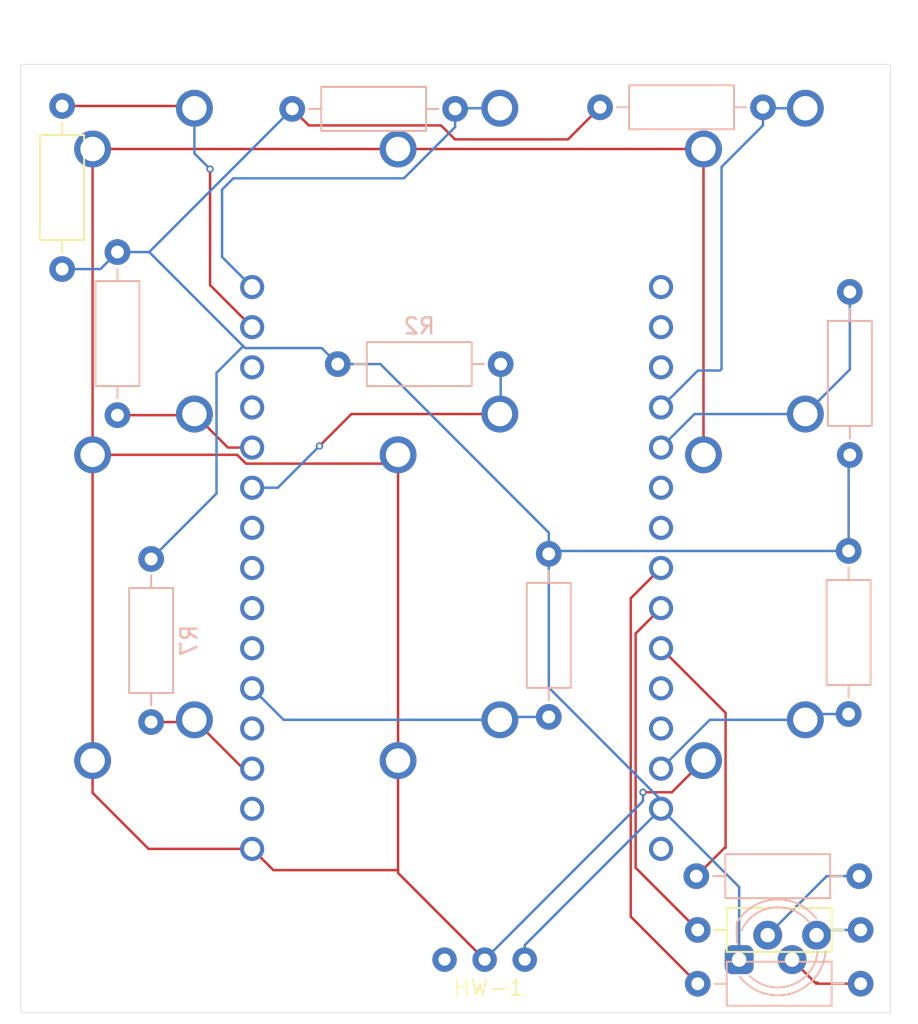
<source format=kicad_pcb>
(kicad_pcb (version 20240108) (generator "pcbnew") (generator_version "8.0")
  (layers (0 "F.Cu" signal "TOP") (31 "B.Cu" signal "BOTTOM") (34 "B.Paste" user) (35 "F.Paste" user) (36 "B.SilkS" user "B.Silkscreen") (37 "F.SilkS" user "F.Silkscreen") (38 "B.Mask" user) (39 "F.Mask" user) (44 "Edge.Cuts" user))
  (net 0 "")
  (net 1 "Net-(D1-GK)")
  (net 2 "Net-(D1-BK)")
  (net 3 "Net-(D1-RK)")
  (net 4 "GND")
  (net 9 "Net-(ESP32S1-Pad19)")
  (net 10 "Net-(ESP32S1-Pad27)")
  (net 14 "Net-(ESP32S1-Pad21)")
  (net 16 "Net-(ESP32S1-Pad13)")
  (net 17 "Net-(ESP32S1-Pad26)")
  (net 18 "+3.3VA")
  (net 23 "VCC")
  (net 24 "Net-(ESP32S1-Pad23)")
  (net 25 "Net-(ESP32S1-Pad4)")
  (net 26 "Net-(ESP32S1-Pad15)")
  (net 27 "Net-(ESP32S1-Pad22)")
  (net 30 "Net-(ESP32S1-Pad34)")
  (net 31 "Net-(ESP32S1-Pad35)")
  (net 34 "Net-(ESP32S1-Pad25)")
  (footprint "MarbastLib_mx:SW_MX_1u_NOSUPPORT" (layer "F.Cu") (at 204.245 103.915)
    (property "Reference" "MX9" (hide yes))
    (property "Value" "MX_SW_solder")
    (pad "" np_thru_hole circle (at 0.025 -0.025) (size 3.9878 3.9878) (drill 3.9878) (layers "*.Cu" "*.Mask"))
    (pad "1" thru_hole circle (at -3.785 -2.565) (size 2.3 2.3) (drill 1.524) (layers "*.Cu" "B.Mask") (net 18 "+3.3VA"))
    (pad "2" thru_hole circle (at 2.565 -5.105) (size 2.3 2.3) (drill 1.524) (layers "*.Cu" "B.Mask") (net 30 "Net-(ESP32S1-Pad34)"))
  )
  (footprint "MarbastLib_mx:SW_MX_1u_NOSUPPORT" (layer "F.Cu") (at 185.195 103.915)
    (property "Reference" "MX8" (hide yes))
    (property "Value" "MX_SW_solder")
    (pad "" np_thru_hole circle (at 0.025 -0.025) (size 3.9878 3.9878) (drill 3.9878) (layers "*.Cu" "*.Mask"))
    (pad "1" thru_hole circle (at -3.785 -2.565) (size 2.3 2.3) (drill 1.524) (layers "*.Cu" "B.Mask") (net 18 "+3.3VA"))
    (pad "2" thru_hole circle (at 2.565 -5.105) (size 2.3 2.3) (drill 1.524) (layers "*.Cu" "B.Mask") (net 24 "Net-(ESP32S1-Pad23)"))
  )
  (footprint "MarbastLib_mx:SW_MX_1u_NOSUPPORT" (layer "F.Cu") (at 204.245 142.015)
    (property "Reference" "MX4" (hide yes))
    (property "Value" "MX_SW_solder")
    (pad "" np_thru_hole circle (at 0.025 -0.025) (size 3.9878 3.9878) (drill 3.9878) (layers "*.Cu" "*.Mask"))
    (pad "1" thru_hole circle (at -3.785 -2.565) (size 2.3 2.3) (drill 1.524) (layers "*.Cu" "B.Mask") (net 18 "+3.3VA"))
    (pad "2" thru_hole circle (at 2.565 -5.105) (size 2.3 2.3) (drill 1.524) (layers "*.Cu" "B.Mask") (net 16 "Net-(ESP32S1-Pad13)"))
  )
  (footprint "MarbastLib_mx:SW_MX_1u_NOSUPPORT" (layer "F.Cu") (at 185.195 122.965)
    (property "Reference" "MX2" (hide yes))
    (property "Value" "MX_SW_solder")
    (pad "" np_thru_hole circle (at 0.025 -0.025) (size 3.9878 3.9878) (drill 3.9878) (layers "*.Cu" "*.Mask"))
    (pad "1" thru_hole circle (at -3.785 -2.565) (size 2.3 2.3) (drill 1.524) (layers "*.Cu" "B.Mask") (net 18 "+3.3VA"))
    (pad "2" thru_hole circle (at 2.565 -5.105) (size 2.3 2.3) (drill 1.524) (layers "*.Cu" "B.Mask") (net 9 "Net-(ESP32S1-Pad19)"))
  )
  (footprint "MarbastLib_mx:SW_MX_1u_NOSUPPORT" (layer "F.Cu") (at 204.245 122.965)
    (property "Reference" "MX5" (hide yes))
    (property "Value" "MX_SW_solder")
    (pad "" np_thru_hole circle (at 0.025 -0.025) (size 3.9878 3.9878) (drill 3.9878) (layers "*.Cu" "*.Mask"))
    (pad "1" thru_hole circle (at -3.785 -2.565) (size 2.3 2.3) (drill 1.524) (layers "*.Cu" "B.Mask") (net 18 "+3.3VA"))
    (pad "2" thru_hole circle (at 2.565 -5.105) (size 2.3 2.3) (drill 1.524) (layers "*.Cu" "B.Mask") (net 31 "Net-(ESP32S1-Pad35)"))
  )
  (footprint "Resistor_THT:R_Axial_DIN0207_L6.3mm_D2.5mm_P10.16mm_Horizontal" (layer "F.Cu") (at 160.46 98.67 -90)
    (property "Reference" "R1" (hide yes))
    (property "Value" "100k")
    (fp_line (start 1.81 1.37) (end 8.35 1.37) (stroke (width 0.12)) (layer "F.SilkS"))
    (fp_line (start 8.35 1.37) (end 8.35 -1.37) (stroke (width 0.12)) (layer "F.SilkS"))
    (fp_line (start 1.04 0) (end 1.81 0) (stroke (width 0.12)) (layer "F.SilkS"))
    (fp_line (start 9.12 0) (end 8.35 0) (stroke (width 0.12)) (layer "F.SilkS"))
    (fp_line (start 1.81 -1.37) (end 1.81 1.37) (stroke (width 0.12)) (layer "F.SilkS"))
    (fp_line (start 8.35 -1.37) (end 1.81 -1.37) (stroke (width 0.12)) (layer "F.SilkS"))
    (pad "1" thru_hole circle (at 0 0 270) (size 1.6 1.6) (drill 0.8) (layers "*.Cu" "*.Mask") (net 27 "Net-(ESP32S1-Pad22)"))
    (pad "2" thru_hole oval (at 10.16 0 270) (size 1.6 1.6) (drill 0.8) (layers "*.Cu" "*.Mask") (net 4 "GND"))
  )
  (footprint "MarbastLib_mx:SW_MX_1u_NOSUPPORT" (layer "F.Cu") (at 166.145 103.915)
    (property "Reference" "MX1" (hide yes))
    (property "Value" "MX_SW_solder")
    (pad "" np_thru_hole circle (at 0.025 -0.025) (size 3.9878 3.9878) (drill 3.9878) (layers "*.Cu" "*.Mask"))
    (pad "1" thru_hole circle (at -3.785 -2.565) (size 2.3 2.3) (drill 1.524) (layers "*.Cu" "B.Mask") (net 18 "+3.3VA"))
    (pad "2" thru_hole circle (at 2.565 -5.105) (size 2.3 2.3) (drill 1.524) (layers "*.Cu" "B.Mask") (net 27 "Net-(ESP32S1-Pad22)"))
  )
  (footprint "MarbastLib_mx:SW_MX_1u_NOSUPPORT" (layer "F.Cu") (at 166.145 122.965)
    (property "Reference" "MX6" (hide yes))
    (property "Value" "MX_SW_solder")
    (pad "" np_thru_hole circle (at 0.025 -0.025) (size 3.9878 3.9878) (drill 3.9878) (layers "*.Cu" "*.Mask"))
    (pad "1" thru_hole circle (at -3.785 -2.565) (size 2.3 2.3) (drill 1.524) (layers "*.Cu" "B.Mask") (net 18 "+3.3VA"))
    (pad "2" thru_hole circle (at 2.565 -5.105) (size 2.3 2.3) (drill 1.524) (layers "*.Cu" "B.Mask") (net 14 "Net-(ESP32S1-Pad21)"))
  )
  (footprint "Resistor_THT:R_Axial_DIN0207_L6.3mm_D2.5mm_P10.16mm_Horizontal" (layer "F.Cu") (at 200.1 150)
    (property "Reference" "R12" (hide yes))
    (property "Value" "230")
    (fp_line (start 1.04 0) (end 1.81 0) (stroke (width 0.12)) (layer "F.SilkS"))
    (fp_line (start 1.81 -1.37) (end 1.81 1.37) (stroke (width 0.12)) (layer "F.SilkS"))
    (fp_line (start 1.81 1.37) (end 8.35 1.37) (stroke (width 0.12)) (layer "F.SilkS"))
    (fp_line (start 8.35 -1.37) (end 1.81 -1.37) (stroke (width 0.12)) (layer "F.SilkS"))
    (fp_line (start 8.35 1.37) (end 8.35 -1.37) (stroke (width 0.12)) (layer "F.SilkS"))
    (fp_line (start 9.12 0) (end 8.35 0) (stroke (width 0.12)) (layer "F.SilkS"))
    (pad "1" thru_hole circle (at 0 0) (size 1.6 1.6) (drill 0.8) (layers "*.Cu" "*.Mask") (net 17 "Net-(ESP32S1-Pad26)"))
    (pad "2" thru_hole oval (at 10.16 0) (size 1.6 1.6) (drill 0.8) (layers "*.Cu" "*.Mask") (net 3 "Net-(D1-RK)"))
  )
  (footprint "Library:HW-764" (layer "F.Cu") (at 186.81 151.85)
    (property "Reference" "HW-1" (at 0.25 1.75 0) (layer "F.SilkS") (effects (font (thickness 0.1))))
    (property "Value" "~" (hide yes))
    (pad "1" thru_hole circle (at -2.5 0) (size 1.524 1.524) (drill 0.762) (layers "*.Cu" "*.Mask") (net 23 "VCC"))
    (pad "2" thru_hole circle (at 0 0) (size 1.524 1.524) (drill 0.762) (layers "*.Cu" "*.Mask") (net 18 "+3.3VA"))
    (pad "3" thru_hole circle (at 2.5 0) (size 1.524 1.524) (drill 0.762) (layers "*.Cu" "*.Mask") (net 4 "GND"))
  )
  (footprint "MarbastLib_mx:SW_MX_1u_NOSUPPORT" (layer "F.Cu") (at 185.195 142.015)
    (property "Reference" "MX3" (hide yes))
    (property "Value" "MX_SW_solder")
    (pad "" np_thru_hole circle (at 0.025 -0.025) (size 3.9878 3.9878) (drill 3.9878) (layers "*.Cu" "*.Mask"))
    (pad "1" thru_hole circle (at -3.785 -2.565) (size 2.3 2.3) (drill 1.524) (layers "*.Cu" "B.Mask") (net 18 "+3.3VA"))
    (pad "2" thru_hole circle (at 2.565 -5.105) (size 2.3 2.3) (drill 1.524) (layers "*.Cu" "B.Mask") (net 25 "Net-(ESP32S1-Pad4)"))
  )
  (footprint "MarbastLib_mx:SW_MX_1u_NOSUPPORT" (layer "F.Cu") (at 166.145 142.015)
    (property "Reference" "MX7" (hide yes))
    (property "Value" "MX_SW_solder")
    (pad "" np_thru_hole circle (at 0.025 -0.025) (size 3.9878 3.9878) (drill 3.9878) (layers "*.Cu" "*.Mask"))
    (pad "1" thru_hole circle (at -3.785 -2.565) (size 2.3 2.3) (drill 1.524) (layers "*.Cu" "B.Mask") (net 18 "+3.3VA"))
    (pad "2" thru_hole circle (at 2.565 -5.105) (size 2.3 2.3) (drill 1.524) (layers "*.Cu" "B.Mask") (net 26 "Net-(ESP32S1-Pad15)"))
  )
  (footprint "Resistor_THT:R_Axial_DIN0207_L6.3mm_D2.5mm_P10.16mm_Horizontal" (layer "B.Cu") (at 209.51 136.55 90)
    (property "Reference" "R4" (hide yes))
    (property "Value" "100k")
    (fp_line (start 8.35 -1.37) (end 1.81 -1.37) (stroke (width 0.12)) (layer "B.SilkS"))
    (fp_line (start 1.81 -1.37) (end 1.81 1.37) (stroke (width 0.12)) (layer "B.SilkS"))
    (fp_line (start 8.35 0) (end 9.12 0) (stroke (width 0.12)) (layer "B.SilkS"))
    (fp_line (start 1.81 0) (end 1.04 0) (stroke (width 0.12)) (layer "B.SilkS"))
    (fp_line (start 8.35 1.37) (end 8.35 -1.37) (stroke (width 0.12)) (layer "B.SilkS"))
    (fp_line (start 1.81 1.37) (end 8.35 1.37) (stroke (width 0.12)) (layer "B.SilkS"))
    (pad "1" thru_hole circle (at 0 0 90) (size 1.6 1.6) (drill 0.8) (layers "*.Cu" "*.Mask") (net 16 "Net-(ESP32S1-Pad13)"))
    (pad "2" thru_hole oval (at 10.16 0 90) (size 1.6 1.6) (drill 0.8) (layers "*.Cu" "*.Mask") (net 4 "GND"))
  )
  (footprint "Resistor_THT:R_Axial_DIN0207_L6.3mm_D2.5mm_P10.16mm_Horizontal" (layer "B.Cu") (at 209.585 110.25 -90)
    (property "Reference" "R5" (hide yes))
    (property "Value" "100k")
    (fp_line (start 1.81 1.37) (end 8.35 1.37) (stroke (width 0.12)) (layer "B.SilkS"))
    (fp_line (start 8.35 1.37) (end 8.35 -1.37) (stroke (width 0.12)) (layer "B.SilkS"))
    (fp_line (start 1.81 0) (end 1.04 0) (stroke (width 0.12)) (layer "B.SilkS"))
    (fp_line (start 8.35 0) (end 9.12 0) (stroke (width 0.12)) (layer "B.SilkS"))
    (fp_line (start 1.81 -1.37) (end 1.81 1.37) (stroke (width 0.12)) (layer "B.SilkS"))
    (fp_line (start 8.35 -1.37) (end 1.81 -1.37) (stroke (width 0.12)) (layer "B.SilkS"))
    (pad "1" thru_hole circle (at 0 0 270) (size 1.6 1.6) (drill 0.8) (layers "*.Cu" "*.Mask") (net 31 "Net-(ESP32S1-Pad35)"))
    (pad "2" thru_hole oval (at 10.16 0 270) (size 1.6 1.6) (drill 0.8) (layers "*.Cu" "*.Mask") (net 4 "GND"))
  )
  (footprint "Resistor_THT:R_Axial_DIN0207_L6.3mm_D2.5mm_P10.16mm_Horizontal" (layer "B.Cu") (at 163.91 117.93 90)
    (property "Reference" "R6" (hide yes))
    (property "Value" "100k")
    (fp_line (start 8.35 -1.37) (end 1.81 -1.37) (stroke (width 0.12)) (layer "B.SilkS"))
    (fp_line (start 1.81 -1.37) (end 1.81 1.37) (stroke (width 0.12)) (layer "B.SilkS"))
    (fp_line (start 8.35 0) (end 9.12 0) (stroke (width 0.12)) (layer "B.SilkS"))
    (fp_line (start 1.81 0) (end 1.04 0) (stroke (width 0.12)) (layer "B.SilkS"))
    (fp_line (start 8.35 1.37) (end 8.35 -1.37) (stroke (width 0.12)) (layer "B.SilkS"))
    (fp_line (start 1.81 1.37) (end 8.35 1.37) (stroke (width 0.12)) (layer "B.SilkS"))
    (pad "1" thru_hole circle (at 0 0 90) (size 1.6 1.6) (drill 0.8) (layers "*.Cu" "*.Mask") (net 14 "Net-(ESP32S1-Pad21)"))
    (pad "2" thru_hole oval (at 10.16 0 90) (size 1.6 1.6) (drill 0.8) (layers "*.Cu" "*.Mask") (net 4 "GND"))
  )
  (footprint "Resistor_THT:R_Axial_DIN0207_L6.3mm_D2.5mm_P10.16mm_Horizontal" (layer "B.Cu") (at 200.01 146.65)
    (property "Reference" "LED_R" (hide yes))
    (property "Value" "230")
    (fp_line (start 1.81 -1.37) (end 1.81 1.37) (stroke (width 0.12)) (layer "B.SilkS"))
    (fp_line (start 1.81 0) (end 1.04 0) (stroke (width 0.12)) (layer "B.SilkS"))
    (fp_line (start 1.81 1.37) (end 8.35 1.37) (stroke (width 0.12)) (layer "B.SilkS"))
    (fp_line (start 8.35 -1.37) (end 1.81 -1.37) (stroke (width 0.12)) (layer "B.SilkS"))
    (fp_line (start 8.35 0) (end 9.12 0) (stroke (width 0.12)) (layer "B.SilkS"))
    (fp_line (start 8.35 1.37) (end 8.35 -1.37) (stroke (width 0.12)) (layer "B.SilkS"))
    (pad "1" thru_hole circle (at 0 0) (size 1.6 1.6) (drill 0.8) (layers "*.Cu" "*.Mask") (net 10 "Net-(ESP32S1-Pad27)"))
    (pad "2" thru_hole oval (at 10.16 0) (size 1.6 1.6) (drill 0.8) (layers "*.Cu" "*.Mask") (net 2 "Net-(D1-BK)"))
  )
  (footprint "Resistor_THT:R_Axial_DIN0207_L6.3mm_D2.5mm_P10.16mm_Horizontal" (layer "B.Cu") (at 184.97 98.85 180)
    (property "Reference" "R8" (hide yes))
    (property "Value" "100k")
    (fp_line (start 8.35 1.37) (end 8.35 -1.37) (stroke (width 0.12)) (layer "B.SilkS"))
    (fp_line (start 8.35 0) (end 9.12 0) (stroke (width 0.12)) (layer "B.SilkS"))
    (fp_line (start 8.35 -1.37) (end 1.81 -1.37) (stroke (width 0.12)) (layer "B.SilkS"))
    (fp_line (start 1.81 1.37) (end 8.35 1.37) (stroke (width 0.12)) (layer "B.SilkS"))
    (fp_line (start 1.81 0) (end 1.04 0) (stroke (width 0.12)) (layer "B.SilkS"))
    (fp_line (start 1.81 -1.37) (end 1.81 1.37) (stroke (width 0.12)) (layer "B.SilkS"))
    (pad "1" thru_hole circle (at 0 0 180) (size 1.6 1.6) (drill 0.8) (layers "*.Cu" "*.Mask") (net 24 "Net-(ESP32S1-Pad23)"))
    (pad "2" thru_hole oval (at 10.16 0 180) (size 1.6 1.6) (drill 0.8) (layers "*.Cu" "*.Mask") (net 4 "GND"))
  )
  (footprint "Resistor_THT:R_Axial_DIN0207_L6.3mm_D2.5mm_P10.16mm_Horizontal" (layer "B.Cu") (at 187.81 114.75 180)
    (property "Reference" "R2" (at 5.08 2.37 0) (layer "B.SilkS") (effects (justify mirror)))
    (property "Value" "100k")
    (fp_line (start 8.35 1.37) (end 8.35 -1.37) (stroke (width 0.12)) (layer "B.SilkS"))
    (fp_line (start 8.35 0) (end 9.12 0) (stroke (width 0.12)) (layer "B.SilkS"))
    (fp_line (start 8.35 -1.37) (end 1.81 -1.37) (stroke (width 0.12)) (layer "B.SilkS"))
    (fp_line (start 1.81 1.37) (end 8.35 1.37) (stroke (width 0.12)) (layer "B.SilkS"))
    (fp_line (start 1.81 0) (end 1.04 0) (stroke (width 0.12)) (layer "B.SilkS"))
    (fp_line (start 1.81 -1.37) (end 1.81 1.37) (stroke (width 0.12)) (layer "B.SilkS"))
    (pad "1" thru_hole circle (at 0 0 180) (size 1.6 1.6) (drill 0.8) (layers "*.Cu" "*.Mask") (net 9 "Net-(ESP32S1-Pad19)"))
    (pad "2" thru_hole oval (at 10.16 0 180) (size 1.6 1.6) (drill 0.8) (layers "*.Cu" "*.Mask") (net 4 "GND"))
  )
  (footprint "Resistor_THT:R_Axial_DIN0207_L6.3mm_D2.5mm_P10.16mm_Horizontal" (layer "B.Cu") (at 166.01 137.05 90)
    (property "Reference" "R7" (at 5.08 2.37 90) (layer "B.SilkS") (effects (justify mirror)))
    (property "Value" "100k")
    (fp_line (start 8.35 -1.37) (end 1.81 -1.37) (stroke (width 0.12)) (layer "B.SilkS"))
    (fp_line (start 1.81 -1.37) (end 1.81 1.37) (stroke (width 0.12)) (layer "B.SilkS"))
    (fp_line (start 8.35 0) (end 9.12 0) (stroke (width 0.12)) (layer "B.SilkS"))
    (fp_line (start 1.81 0) (end 1.04 0) (stroke (width 0.12)) (layer "B.SilkS"))
    (fp_line (start 8.35 1.37) (end 8.35 -1.37) (stroke (width 0.12)) (layer "B.SilkS"))
    (fp_line (start 1.81 1.37) (end 8.35 1.37) (stroke (width 0.12)) (layer "B.SilkS"))
    (pad "1" thru_hole circle (at 0 0 90) (size 1.6 1.6) (drill 0.8) (layers "*.Cu" "*.Mask") (net 26 "Net-(ESP32S1-Pad15)"))
    (pad "2" thru_hole oval (at 10.16 0 90) (size 1.6 1.6) (drill 0.8) (layers "*.Cu" "*.Mask") (net 4 "GND"))
  )
  (footprint "Library:ESP32-WROOM-32" (layer "B.Cu") (at 199.06 103.95 180)
    (property "Reference" "ESP32S1" (hide yes))
    (property "Value" "~")
    (pad "2" thru_hole circle (at 26.75 -33.5 180) (size 1.5 1.5) (drill 1) (layers "*.Cu" "*.Mask"))
    (pad "3V3" thru_hole circle (at 26.75 -41 180) (size 1.5 1.5) (drill 1) (layers "*.Cu" "*.Mask") (net 18 "+3.3VA"))
    (pad "4" thru_hole circle (at 26.75 -31 180) (size 1.5 1.5) (drill 1) (layers "*.Cu" "*.Mask") (net 25 "Net-(ESP32S1-Pad4)"))
    (pad "5" thru_hole circle (at 26.75 -23.5 180) (size 1.5 1.5) (drill 1) (layers "*.Cu" "*.Mask"))
    (pad "12" thru_hole circle (at 1.25 -33.5 180) (size 1.5 1.5) (drill 1) (layers "*.Cu" "*.Mask"))
    (pad "13" thru_hole circle (at 1.25 -36 180) (size 1.5 1.5) (drill 1) (layers "*.Cu" "*.Mask") (net 16 "Net-(ESP32S1-Pad13)"))
    (pad "14" thru_hole circle (at 1.25 -31 180) (size 1.5 1.5) (drill 1) (layers "*.Cu" "*.Mask"))
    (pad "15" thru_hole circle (at 26.75 -36 180) (size 1.5 1.5) (drill 1) (layers "*.Cu" "*.Mask") (net 26 "Net-(ESP32S1-Pad15)"))
    (pad "16" thru_hole circle (at 26.75 -28.5 180) (size 1.5 1.5) (drill 1) (layers "*.Cu" "*.Mask"))
    (pad "17" thru_hole circle (at 26.75 -26 180) (size 1.5 1.5) (drill 1) (layers "*.Cu" "*.Mask"))
    (pad "18" thru_hole circle (at 26.75 -21 180) (size 1.5 1.5) (drill 1) (layers "*.Cu" "*.Mask"))
    (pad "19" thru_hole circle (at 26.75 -18.5 180) (size 1.5 1.5) (drill 1) (layers "*.Cu" "*.Mask") (net 9 "Net-(ESP32S1-Pad19)"))
    (pad "21" thru_hole circle (at 26.75 -16 180) (size 1.5 1.5) (drill 1) (layers "*.Cu" "*.Mask") (net 14 "Net-(ESP32S1-Pad21)"))
    (pad "22" thru_hole circle (at 26.75 -8.5 180) (size 1.5 1.5) (drill 1) (layers "*.Cu" "*.Mask") (net 27 "Net-(ESP32S1-Pad22)"))
    (pad "23" thru_hole circle (at 26.75 -6 180) (size 1.5 1.5) (drill 1) (layers "*.Cu" "*.Mask") (net 24 "Net-(ESP32S1-Pad23)"))
    (pad "25" thru_hole circle (at 1.25 -23.5 180) (size 1.5 1.5) (drill 1) (layers "*.Cu" "*.Mask") (net 34 "Net-(ESP32S1-Pad25)"))
    (pad "26" thru_hole circle (at 1.25 -26 180) (size 1.5 1.5) (drill 1) (layers "*.Cu" "*.Mask") (net 17 "Net-(ESP32S1-Pad26)"))
    (pad "27" thru_hole circle (at 1.25 -28.5 180) (size 1.5 1.5) (drill 1) (layers "*.Cu" "*.Mask") (net 10 "Net-(ESP32S1-Pad27)"))
    (pad "32" thru_hole circle (at 1.25 -18.5 180) (size 1.5 1.5) (drill 1) (layers "*.Cu" "*.Mask"))
    (pad "33" thru_hole circle (at 1.25 -21 180) (size 1.5 1.5) (drill 1) (layers "*.Cu" "*.Mask"))
    (pad "34" thru_hole circle (at 1.25 -13.5 180) (size 1.5 1.5) (drill 1) (layers "*.Cu" "*.Mask") (net 30 "Net-(ESP32S1-Pad34)"))
    (pad "35" thru_hole circle (at 1.25 -16 180) (size 1.5 1.5) (drill 1) (layers "*.Cu" "*.Mask") (net 31 "Net-(ESP32S1-Pad35)"))
    (pad "EN" thru_hole circle (at 1.25 -6 180) (size 1.5 1.5) (drill 1) (layers "*.Cu" "*.Mask"))
    (pad "LGND" thru_hole circle (at 1.25 -38.5 180) (size 1.5 1.5) (drill 1) (layers "*.Cu" "*.Mask") (net 4 "GND"))
    (pad "RGND" thru_hole circle (at 26.75 -38.5 180) (size 1.5 1.5) (drill 1) (layers "*.Cu" "*.Mask"))
    (pad "RX0" thru_hole circle (at 26.75 -13.5 180) (size 1.5 1.5) (drill 1) (layers "*.Cu" "*.Mask"))
    (pad "TX0" thru_hole circle (at 26.75 -11 180) (size 1.5 1.5) (drill 1) (layers "*.Cu" "*.Mask"))
    (pad "VIN" thru_hole circle (at 1.25 -41 180) (size 1.5 1.5) (drill 1) (layers "*.Cu" "*.Mask"))
    (pad "VN" thru_hole circle (at 1.25 -11 180) (size 1.5 1.5) (drill 1) (layers "*.Cu" "*.Mask"))
    (pad "VP" thru_hole circle (at 1.25 -8.5 180) (size 1.5 1.5) (drill 1) (layers "*.Cu" "*.Mask"))
  )
  (footprint "Resistor_THT:R_Axial_DIN0207_L6.3mm_D2.5mm_P10.16mm_Horizontal" (layer "B.Cu") (at 190.81 136.73 90)
    (property "Reference" "R3" (hide yes))
    (property "Value" "100k")
    (fp_line (start 8.35 -1.37) (end 1.81 -1.37) (stroke (width 0.12)) (layer "B.SilkS"))
    (fp_line (start 1.81 -1.37) (end 1.81 1.37) (stroke (width 0.12)) (layer "B.SilkS"))
    (fp_line (start 8.35 0) (end 9.12 0) (stroke (width 0.12)) (layer "B.SilkS"))
    (fp_line (start 1.81 0) (end 1.04 0) (stroke (width 0.12)) (layer "B.SilkS"))
    (fp_line (start 8.35 1.37) (end 8.35 -1.37) (stroke (width 0.12)) (layer "B.SilkS"))
    (fp_line (start 1.81 1.37) (end 8.35 1.37) (stroke (width 0.12)) (layer "B.SilkS"))
    (pad "1" thru_hole circle (at 0 0 90) (size 1.6 1.6) (drill 0.8) (layers "*.Cu" "*.Mask") (net 25 "Net-(ESP32S1-Pad4)"))
    (pad "2" thru_hole oval (at 10.16 0 90) (size 1.6 1.6) (drill 0.8) (layers "*.Cu" "*.Mask") (net 4 "GND"))
  )
  (footprint "Resistor_THT:R_Axial_DIN0207_L6.3mm_D2.5mm_P10.16mm_Horizontal" (layer "B.Cu") (at 204.17 98.75 180)
    (property "Reference" "R9" (hide yes))
    (property "Value" "100k")
    (fp_line (start 8.35 1.37) (end 8.35 -1.37) (stroke (width 0.12)) (layer "B.SilkS"))
    (fp_line (start 8.35 0) (end 9.12 0) (stroke (width 0.12)) (layer "B.SilkS"))
    (fp_line (start 8.35 -1.37) (end 1.81 -1.37) (stroke (width 0.12)) (layer "B.SilkS"))
    (fp_line (start 1.81 1.37) (end 8.35 1.37) (stroke (width 0.12)) (layer "B.SilkS"))
    (fp_line (start 1.81 0) (end 1.04 0) (stroke (width 0.12)) (layer "B.SilkS"))
    (fp_line (start 1.81 -1.37) (end 1.81 1.37) (stroke (width 0.12)) (layer "B.SilkS"))
    (pad "1" thru_hole circle (at 0 0 180) (size 1.6 1.6) (drill 0.8) (layers "*.Cu" "*.Mask") (net 30 "Net-(ESP32S1-Pad34)"))
    (pad "2" thru_hole oval (at 10.16 0 180) (size 1.6 1.6) (drill 0.8) (layers "*.Cu" "*.Mask") (net 4 "GND"))
  )
  (footprint "LED_THT:LED_D5.0mm-4_RGB_Staggered_Pins" (layer "B.Cu") (at 202.683 151.85)
    (property "Reference" "D1" (hide yes))
    (property "Value" "LED_ABGR")
    (fp_line (start -0.147 -2.307) (end -0.147 -1.061188) (stroke (width 0.12)) (layer "B.SilkS"))
    (fp_arc (start -0.147 -2.30683) (mid 2.262188 -3.748194) (end 4.804334 -2.556887) (stroke (width 0.12)) (layer "B.SilkS"))
    (fp_arc (start 0.158316 -1.842) (mid 2.134091 -3.246393) (end 4.372086 -2.315056) (stroke (width 0.12)) (layer "B.SilkS"))
    (fp_arc (start 4.89309 -0.475579) (mid 3.242766 1.592649) (end 0.660401 1.015999) (stroke (width 0.12)) (layer "B.SilkS"))
    (fp_arc (start 5.389836 -0.503784) (mid 3.238737 2.109652) (end 0.028 1.038) (stroke (width 0.12)) (layer "B.SilkS"))
    (pad "1" thru_hole roundrect (at 0 0) (size 1.8 1.8) (drill 0.9) (layers "*.Cu" "*.Mask") (net 4 "GND"))
    (pad "2" thru_hole circle (at 1.778 -1.524) (size 1.8 1.8) (drill 0.9) (layers "*.Cu" "*.Mask") (net 2 "Net-(D1-BK)"))
    (pad "3" thru_hole circle (at 3.302 0) (size 1.8 1.8) (drill 0.9) (layers "*.Cu" "*.Mask") (net 1 "Net-(D1-GK)"))
    (pad "4" thru_hole circle (at 4.826 -1.524) (size 1.8 1.8) (drill 0.9) (layers "*.Cu" "*.Mask") (net 3 "Net-(D1-RK)"))
  )
  (footprint "Resistor_THT:R_Axial_DIN0207_L6.3mm_D2.5mm_P10.16mm_Horizontal" (layer "B.Cu") (at 200.1 153.35)
    (property "Reference" "LED_R" (hide yes))
    (property "Value" "230")
    (fp_line (start 1.81 -1.37) (end 1.81 1.37) (stroke (width 0.12)) (layer "B.SilkS"))
    (fp_line (start 1.81 0) (end 1.04 0) (stroke (width 0.12)) (layer "B.SilkS"))
    (fp_line (start 1.81 1.37) (end 8.35 1.37) (stroke (width 0.12)) (layer "B.SilkS"))
    (fp_line (start 8.35 -1.37) (end 1.81 -1.37) (stroke (width 0.12)) (layer "B.SilkS"))
    (fp_line (start 8.35 0) (end 9.12 0) (stroke (width 0.12)) (layer "B.SilkS"))
    (fp_line (start 8.35 1.37) (end 8.35 -1.37) (stroke (width 0.12)) (layer "B.SilkS"))
    (pad "1" thru_hole circle (at 0 0) (size 1.6 1.6) (drill 0.8) (layers "*.Cu" "*.Mask") (net 34 "Net-(ESP32S1-Pad25)"))
    (pad "2" thru_hole oval (at 10.16 0) (size 1.6 1.6) (drill 0.8) (layers "*.Cu" "*.Mask") (net 1 "Net-(D1-GK)"))
  )
  (gr_rect (start 157.885 96.075) (end 212.11 155.15) (stroke (width 0.0381)) (fill none) (layer "Edge.Cuts"))
  (segment (start 207.5725 153.2875) (end 207.635 153.35) (width 0.1524) (layer "F.Cu") (net 1))
  (segment (start 207.4225 153.2875) (end 205.985 151.85) (width 0.1524) (layer "F.Cu") (net 1))
  (segment (start 207.4225 153.2875) (end 207.5725 153.2875) (width 0.1524) (layer "F.Cu") (net 1))
  (segment (start 207.635 153.35) (end 210.26 153.35) (width 0.1524) (layer "F.Cu") (net 1))
  (segment (start 207.485 153.35) (end 207.4225 153.2875) (width 0.1524) (layer "F.Cu") (net 1))
  (segment (start 204.461 150.326) (end 208.137 146.65) (width 0.1524) (layer "B.Cu") (net 2))
  (segment (start 208.137 146.65) (end 210.17 146.65) (width 0.1524) (layer "B.Cu") (net 2))
  (segment (start 210.26 150) (end 207.835 150) (width 0.1524) (layer "B.Cu") (net 3))
  (segment (start 207.835 150) (end 207.509 150.326) (width 0.1524) (layer "B.Cu") (net 3))
  (segment (start 175.8386 99.8786) (end 184.0886 99.8786) (width 0.1524) (layer "F.Cu") (net 4))
  (segment (start 174.81 98.85) (end 175.8386 99.8786) (width 0.1524) (layer "F.Cu") (net 4))
  (segment (start 163.91 107.01) (end 163.91 107.77) (width 0.127) (layer "F.Cu") (net 4))
  (segment (start 184.96 100.75) (end 192.01 100.75) (width 0.1524) (layer "F.Cu") (net 4))
  (segment (start 192.01 100.75) (end 194.01 98.75) (width 0.1524) (layer "F.Cu") (net 4))
  (segment (start 184.0886 99.8786) (end 184.96 100.75) (width 0.1524) (layer "F.Cu") (net 4))
  (segment (start 163.91 107.01) (end 163.91 107.77) (width 0.1524) (layer "B.Cu") (net 4))
  (segment (start 180.311117 114.75) (end 190.81 125.248883) (width 0.1524) (layer "B.Cu") (net 4))
  (segment (start 202.683 151.85) (end 202.683 147.323) (width 0.1524) (layer "B.Cu") (net 4))
  (segment (start 160.46 108.83) (end 162.85 108.83) (width 0.1524) (layer "B.Cu") (net 4))
  (segment (start 197.81 141.903421) (end 197.81 142.45) (width 0.1524) (layer "B.Cu") (net 4))
  (segment (start 189.31 150.95) (end 189.31 151.85) (width 0.1524) (layer "B.Cu") (net 4))
  (segment (start 162.85 108.83) (end 163.91 107.77) (width 0.1524) (layer "B.Cu") (net 4))
  (segment (start 171.87 113.75) (end 176.65 113.75) (width 0.1524) (layer "B.Cu") (net 4))
  (segment (start 177.65 114.75) (end 180.311117 114.75) (width 0.1524) (layer "B.Cu") (net 4))
  (segment (start 190.81 125.248883) (end 190.81 126.57) (width 0.1524) (layer "B.Cu") (net 4))
  (segment (start 190.81 126.57) (end 190.99 126.39) (width 0.1524) (layer "B.Cu") (net 4))
  (segment (start 209.51 126.39) (end 209.51 120.485) (width 0.1524) (layer "B.Cu") (net 4))
  (segment (start 202.683 147.323) (end 197.81 142.45) (width 0.1524) (layer "B.Cu") (net 4))
  (segment (start 165.89 107.77) (end 174.81 98.85) (width 0.1524) (layer "B.Cu") (net 4))
  (segment (start 165.89 107.77) (end 171.7525 113.6325) (width 0.1524) (layer "B.Cu") (net 4))
  (segment (start 171.7525 113.6325) (end 170.0886 115.2964) (width 0.1524) (layer "B.Cu") (net 4))
  (segment (start 197.81 142.45) (end 189.31 150.95) (width 0.1524) (layer "B.Cu") (net 4))
  (segment (start 176.65 113.75) (end 177.65 114.75) (width 0.1524) (layer "B.Cu") (net 4))
  (segment (start 190.81 126.57) (end 190.81 134.903421) (width 0.1524) (layer "B.Cu") (net 4))
  (segment (start 170.0886 115.2964) (end 170.0886 122.8114) (width 0.1524) (layer "B.Cu") (net 4))
  (segment (start 171.7525 113.6325) (end 171.87 113.75) (width 0.1524) (layer "B.Cu") (net 4))
  (segment (start 190.99 126.39) (end 209.51 126.39) (width 0.1524) (layer "B.Cu") (net 4))
  (segment (start 190.81 134.903421) (end 197.81 141.903421) (width 0.1524) (layer "B.Cu") (net 4))
  (segment (start 209.51 120.485) (end 209.585 120.41) (width 0.1524) (layer "B.Cu") (net 4))
  (segment (start 163.91 107.77) (end 165.89 107.77) (width 0.1524) (layer "B.Cu") (net 4))
  (segment (start 170.0886 122.8114) (end 166.01 126.89) (width 0.1524) (layer "B.Cu") (net 4))
  (segment (start 178.5 117.86) (end 176.51 119.85) (width 0.1524) (layer "F.Cu") (net 9))
  (segment (start 187.76 117.86) (end 178.5 117.86) (width 0.1524) (layer "F.Cu") (net 9))
  (via (at 176.51 119.85) (size 0.4572) (drill 0.254) (layers "F.Cu" "B.Cu") (net 9))
  (segment (start 176.51 119.85) (end 173.91 122.45) (width 0.1524) (layer "B.Cu") (net 9))
  (segment (start 187.81 114.75) (end 187.81 117.81) (width 0.1524) (layer "B.Cu") (net 9))
  (segment (start 173.91 122.45) (end 172.31 122.45) (width 0.1524) (layer "B.Cu") (net 9))
  (segment (start 187.81 117.81) (end 187.76 117.86) (width 0.1524) (layer "B.Cu") (net 9))
  (segment (start 201.8386 136.4786) (end 201.8386 144.8864) (width 0.1524) (layer "F.Cu") (net 10))
  (segment (start 201.7736 144.8864) (end 200.01 146.65) (width 0.1524) (layer "F.Cu") (net 10))
  (segment (start 197.81 132.45) (end 201.8386 136.4786) (width 0.1524) (layer "F.Cu") (net 10))
  (segment (start 201.8386 144.8864) (end 201.7736 144.8864) (width 0.1524) (layer "F.Cu") (net 10))
  (segment (start 163.91 117.93) (end 168.64 117.93) (width 0.1524) (layer "F.Cu") (net 14))
  (segment (start 170.8 119.95) (end 172.31 119.95) (width 0.1524) (layer "F.Cu") (net 14))
  (segment (start 168.64 117.93) (end 168.71 117.86) (width 0.1524) (layer "F.Cu") (net 14))
  (segment (start 168.71 117.86) (end 170.8 119.95) (width 0.1524) (layer "F.Cu") (net 14))
  (segment (start 209.51 136.55) (end 207.17 136.55) (width 0.1524) (layer "B.Cu") (net 16))
  (segment (start 200.85 136.91) (end 197.81 139.95) (width 0.1524) (layer "B.Cu") (net 16))
  (segment (start 206.81 136.91) (end 200.85 136.91) (width 0.1524) (layer "B.Cu") (net 16))
  (segment (start 207.17 136.55) (end 206.81 136.91) (width 0.1524) (layer "B.Cu") (net 16))
  (segment (start 196.2278 146.1278) (end 196.2278 131.5322) (width 0.1524) (layer "F.Cu") (net 17))
  (segment (start 200.1 150) (end 196.2278 146.1278) (width 0.1524) (layer "F.Cu") (net 17))
  (segment (start 196.2278 131.5322) (end 197.81 129.95) (width 0.1524) (layer "F.Cu") (net 17))
  (segment (start 171.92605 120.95) (end 180.86 120.95) (width 0.1524) (layer "F.Cu") (net 18))
  (segment (start 180.86 120.95) (end 181.41 120.4) (width 0.1524) (layer "F.Cu") (net 18))
  (segment (start 171.37605 120.4) (end 171.92605 120.95) (width 0.1524) (layer "F.Cu") (net 18))
  (segment (start 181.41 101.35) (end 162.36 101.35) (width 0.1524) (layer "F.Cu") (net 18))
  (segment (start 200.46 101.35) (end 200.46 120.4) (width 0.1524) (layer "F.Cu") (net 18))
  (segment (start 181.41 146.45) (end 181.41 146.275) (width 0.1524) (layer "F.Cu") (net 18))
  (segment (start 198.485 141.425) (end 200.46 139.45) (width 0.1524) (layer "F.Cu") (net 18))
  (segment (start 181.41 139.45) (end 181.41 120.4) (width 0.1524) (layer "F.Cu") (net 18))
  (segment (start 162.36 120.4) (end 162.36 101.35) (width 0.1524) (layer "F.Cu") (net 18))
  (segment (start 181.41 146.275) (end 181.41 139.45) (width 0.1524) (layer "F.Cu") (net 18))
  (segment (start 173.635 146.275) (end 172.31 144.95) (width 0.1524) (layer "F.Cu") (net 18))
  (segment (start 181.41 101.35) (end 200.46 101.35) (width 0.1524) (layer "F.Cu") (net 18))
  (segment (start 196.685 141.425) (end 198.485 141.425) (width 0.1524) (layer "F.Cu") (net 18))
  (segment (start 165.848883 144.95) (end 162.36 141.461117) (width 0.1524) (layer "F.Cu") (net 18))
  (segment (start 162.36 139.45) (end 162.36 120.4) (width 0.1524) (layer "F.Cu") (net 18))
  (segment (start 181.41 146.275) (end 173.635 146.275) (width 0.1524) (layer "F.Cu") (net 18))
  (segment (start 162.36 120.4) (end 171.37605 120.4) (width 0.1524) (layer "F.Cu") (net 18))
  (segment (start 162.36 141.461117) (end 162.36 139.45) (width 0.1524) (layer "F.Cu") (net 18))
  (segment (start 172.31 144.95) (end 165.848883 144.95) (width 0.1524) (layer "F.Cu") (net 18))
  (segment (start 186.81 151.85) (end 181.41 146.45) (width 0.1524) (layer "F.Cu") (net 18))
  (via (at 196.685 141.425) (size 0.4572) (drill 0.254) (layers "F.Cu" "B.Cu") (net 18))
  (segment (start 196.685 141.975) (end 196.685 141.425) (width 0.1524) (layer "B.Cu") (net 18))
  (segment (start 186.81 151.85) (end 196.685 141.975) (width 0.1524) (layer "B.Cu") (net 18))
  (segment (start 185.01 98.81) (end 184.97 98.85) (width 0.1524) (layer "B.Cu") (net 24))
  (segment (start 170.435 108.075) (end 172.31 109.95) (width 0.1524) (layer "B.Cu") (net 24))
  (segment (start 187.76 98.81) (end 185.01 98.81) (width 0.1524) (layer "B.Cu") (net 24))
  (segment (start 171.135 103.175) (end 170.435 103.875) (width 0.1524) (layer "B.Cu") (net 24))
  (segment (start 181.77637 103.175) (end 171.135 103.175) (width 0.1524) (layer "B.Cu") (net 24))
  (segment (start 170.435 103.875) (end 170.435 108.075) (width 0.1524) (layer "B.Cu") (net 24))
  (segment (start 184.97 98.85) (end 184.97 99.98137) (width 0.1524) (layer "B.Cu") (net 24))
  (segment (start 184.97 99.98137) (end 181.77637 103.175) (width 0.1524) (layer "B.Cu") (net 24))
  (segment (start 187.94 136.73) (end 187.76 136.91) (width 0.1524) (layer "B.Cu") (net 25))
  (segment (start 174.27 136.91) (end 172.31 134.95) (width 0.1524) (layer "B.Cu") (net 25))
  (segment (start 190.81 136.73) (end 187.94 136.73) (width 0.1524) (layer "B.Cu") (net 25))
  (segment (start 187.76 136.91) (end 174.27 136.91) (width 0.1524) (layer "B.Cu") (net 25))
  (segment (start 171.75 139.95) (end 172.31 139.95) (width 0.1524) (layer "F.Cu") (net 26))
  (segment (start 168.57 137.05) (end 168.71 136.91) (width 0.1524) (layer "F.Cu") (net 26))
  (segment (start 168.71 136.91) (end 171.75 139.95) (width 0.1524) (layer "F.Cu") (net 26))
  (segment (start 166.01 137.05) (end 168.57 137.05) (width 0.1524) (layer "F.Cu") (net 26))
  (segment (start 160.46 98.67) (end 168.57 98.67) (width 0.1524) (layer "F.Cu") (net 27))
  (segment (start 169.685 102.6) (end 169.685 109.825) (width 0.1524) (layer "F.Cu") (net 27))
  (segment (start 169.685 109.825) (end 172.31 112.45) (width 0.1524) (layer "F.Cu") (net 27))
  (segment (start 168.57 98.67) (end 168.71 98.81) (width 0.1524) (layer "F.Cu") (net 27))
  (segment (start 168.67 98.85) (end 168.71 98.81) (width 0.127) (layer "F.Cu") (net 27))
  (via (at 169.685 102.6) (size 0.4572) (drill 0.254) (layers "F.Cu" "B.Cu") (net 27))
  (segment (start 168.71 98.81) (end 168.71 101.625) (width 0.1524) (layer "B.Cu") (net 27))
  (segment (start 168.71 101.625) (end 169.685 102.6) (width 0.1524) (layer "B.Cu") (net 27))
  (segment (start 201.585 102.46637) (end 201.585 115.05) (width 0.1524) (layer "B.Cu") (net 30))
  (segment (start 201.485 115.15) (end 200.11 115.15) (width 0.1524) (layer "B.Cu") (net 30))
  (segment (start 204.17 98.75) (end 204.17 99.88137) (width 0.1524) (layer "B.Cu") (net 30))
  (segment (start 201.585 115.05) (end 201.485 115.15) (width 0.1524) (layer "B.Cu") (net 30))
  (segment (start 204.17 99.88137) (end 201.585 102.46637) (width 0.1524) (layer "B.Cu") (net 30))
  (segment (start 200.11 115.15) (end 197.81 117.45) (width 0.1524) (layer "B.Cu") (net 30))
  (segment (start 204.23 98.81) (end 204.17 98.75) (width 0.1524) (layer "B.Cu") (net 30))
  (segment (start 206.81 98.81) (end 204.23 98.81) (width 0.1524) (layer "B.Cu") (net 30))
  (segment (start 206.81 117.86) (end 199.9 117.86) (width 0.1524) (layer "B.Cu") (net 31))
  (segment (start 209.585 110.25) (end 209.585 115.085) (width 0.1524) (layer "B.Cu") (net 31))
  (segment (start 209.585 115.085) (end 206.81 117.86) (width 0.1524) (layer "B.Cu") (net 31))
  (segment (start 199.9 117.86) (end 197.81 119.95) (width 0.1524) (layer "B.Cu") (net 31))
  (segment (start 200.1 153.35) (end 195.923 149.173) (width 0.1524) (layer "F.Cu") (net 34))
  (segment (start 195.923 129.337) (end 197.81 127.45) (width 0.1524) (layer "F.Cu") (net 34))
  (segment (start 195.923 149.173) (end 195.923 129.337) (width 0.1524) (layer "F.Cu") (net 34))
)
</source>
